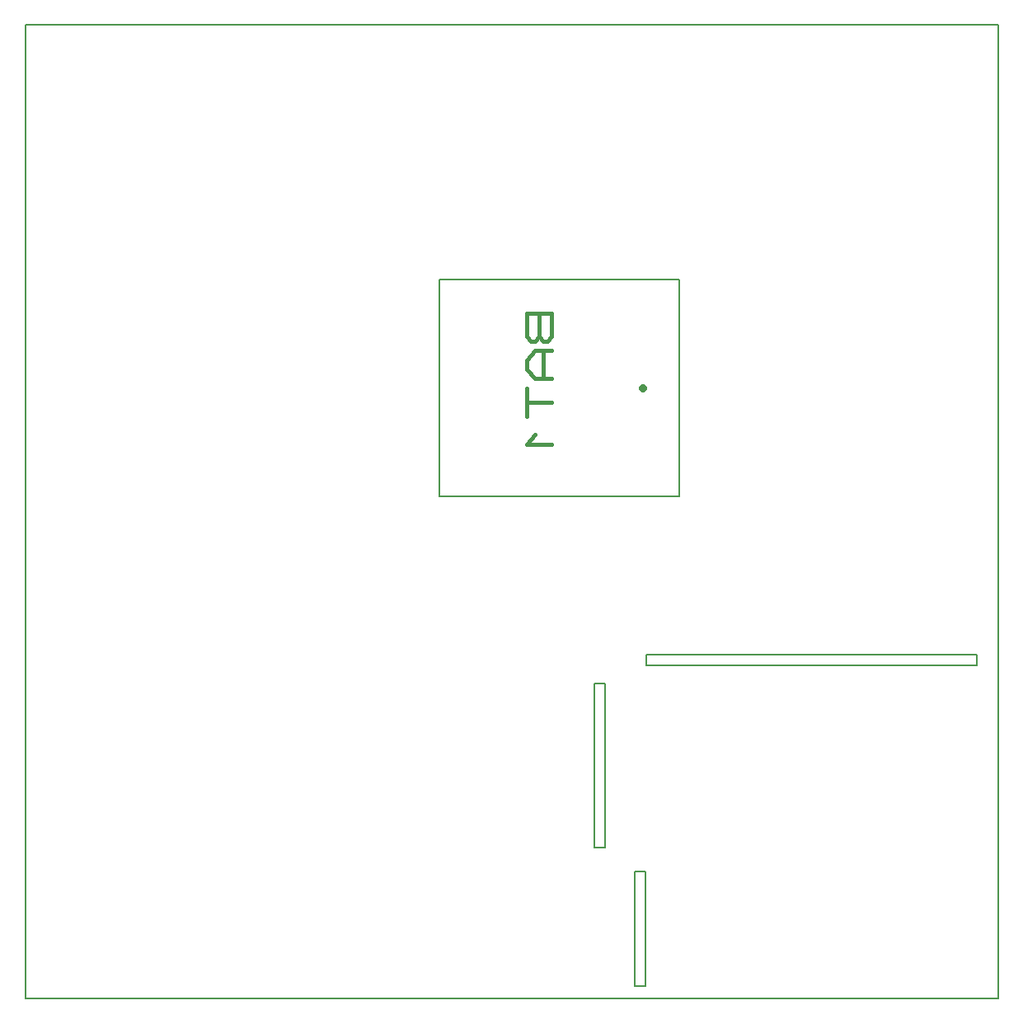
<source format=gbr>
G04 PROTEUS GERBER X2 FILE*
%TF.GenerationSoftware,Labcenter,Proteus,8.13-SP0-Build31525*%
%TF.CreationDate,2023-08-07T13:40:14+00:00*%
%TF.FileFunction,AssemblyDrawing,Bot*%
%TF.FilePolarity,Positive*%
%TF.Part,Single*%
%TF.SameCoordinates,{8d507f11-5f74-4f73-9321-756942b8957b}*%
%FSLAX45Y45*%
%MOMM*%
G01*
%TA.AperFunction,Profile*%
%ADD58C,0.203200*%
%TA.AperFunction,Material*%
%ADD61C,0.203200*%
%ADD194C,0.812800*%
%ADD208C,0.425610*%
%TD.AperFunction*%
D58*
X-4990000Y-4640000D02*
X+5000000Y-4640000D01*
X+5000000Y+5360000D01*
X-4990000Y+5360000D01*
X-4990000Y-4640000D01*
D61*
X-741600Y+514840D02*
X+1725160Y+514840D01*
X+1725160Y+2745160D01*
X-741600Y+2745160D01*
X-741600Y+514840D01*
D194*
X+1350000Y+1630000D02*
X+1350000Y+1630000D01*
D208*
X+411564Y+2396102D02*
X+156196Y+2396102D01*
X+156196Y+2156696D01*
X+198757Y+2108814D01*
X+241319Y+2108814D01*
X+283880Y+2156696D01*
X+326441Y+2108814D01*
X+369003Y+2108814D01*
X+411564Y+2156696D01*
X+411564Y+2396102D01*
X+283880Y+2396102D02*
X+283880Y+2156696D01*
X+411564Y+2013051D02*
X+241319Y+2013051D01*
X+156196Y+1917289D01*
X+156196Y+1821526D01*
X+241319Y+1725763D01*
X+411564Y+1725763D01*
X+326441Y+2013051D02*
X+326441Y+1725763D01*
X+156196Y+1630000D02*
X+156196Y+1342712D01*
X+156196Y+1486356D02*
X+411564Y+1486356D01*
X+241319Y+1151187D02*
X+156196Y+1055424D01*
X+411564Y+1055424D01*
D58*
X+1385625Y-1221172D02*
X+4785625Y-1221172D01*
X+4785625Y-1111172D01*
X+1385625Y-1111172D01*
X+1385625Y-1221172D01*
X+855625Y-3091172D02*
X+965625Y-3091172D01*
X+965625Y-1401172D01*
X+855625Y-1401172D01*
X+855625Y-3091172D01*
X+1264865Y-4511172D02*
X+1374865Y-4511172D01*
X+1374865Y-3331172D01*
X+1264865Y-3331172D01*
X+1264865Y-4511172D01*
M02*

</source>
